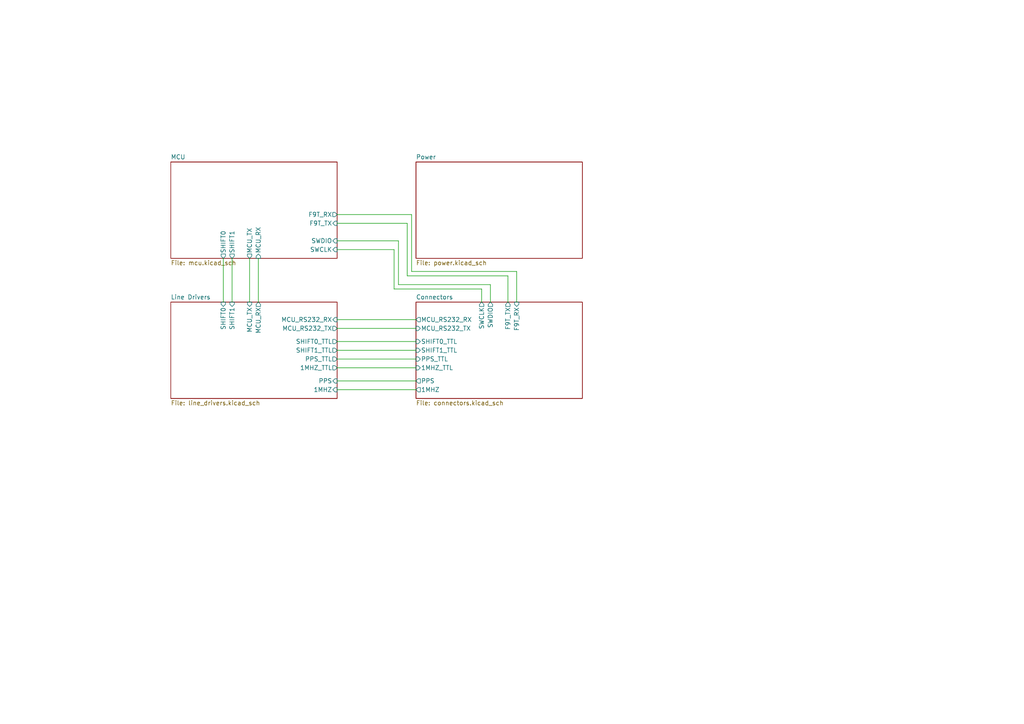
<source format=kicad_sch>
(kicad_sch (version 20230121) (generator eeschema)
  (paper "A4")
  (title_block (title "D2TSF") (date "2022-10-27") (rev "Rev2") (company "Diamond Light Source"))
  (lib_symbols)
  (wire (pts (xy 114.3 83.82) (xy 139.7 83.82)))
  (wire (pts (xy 97.79 113.03) (xy 120.65 113.03)))
  (wire (pts (xy 97.79 62.23) (xy 119.38 62.23)))
  (wire (pts (xy 97.79 101.6) (xy 120.65 101.6)))
  (wire (pts (xy 67.31 74.93) (xy 67.31 87.63)))
  (wire (pts (xy 97.79 95.25) (xy 120.65 95.25)))
  (wire (pts (xy 114.3 72.39) (xy 114.3 83.82)))
  (wire (pts (xy 118.11 80.01) (xy 147.32 80.01)))
  (wire (pts (xy 97.79 106.68) (xy 120.65 106.68)))
  (wire (pts (xy 119.38 78.74) (xy 149.86 78.74)))
  (wire (pts (xy 97.79 64.77) (xy 118.11 64.77)))
  (wire (pts (xy 97.79 110.49) (xy 120.65 110.49)))
  (wire (pts (xy 97.79 72.39) (xy 114.3 72.39)))
  (wire (pts (xy 72.39 74.93) (xy 72.39 87.63)))
  (wire (pts (xy 97.79 99.06) (xy 120.65 99.06)))
  (wire (pts (xy 147.32 80.01) (xy 147.32 87.63)))
  (wire (pts (xy 74.93 74.93) (xy 74.93 87.63)))
  (wire (pts (xy 119.38 62.23) (xy 119.38 78.74)))
  (wire (pts (xy 64.77 74.93) (xy 64.77 87.63)))
  (wire (pts (xy 139.7 83.82) (xy 139.7 87.63)))
  (wire (pts (xy 115.57 82.55) (xy 142.24 82.55)))
  (wire (pts (xy 142.24 82.55) (xy 142.24 87.63)))
  (wire (pts (xy 97.79 104.14) (xy 120.65 104.14)))
  (wire (pts (xy 149.86 78.74) (xy 149.86 87.63)))
  (wire (pts (xy 115.57 69.85) (xy 115.57 82.55)))
  (wire (pts (xy 97.79 69.85) (xy 115.57 69.85)))
  (wire (pts (xy 97.79 92.71) (xy 120.65 92.71)))
  (wire (pts (xy 118.11 64.77) (xy 118.11 80.01)))
  (sheet (at 49.53 46.99) (size 48.26 27.94) (stroke (width 0.1524))
    (property "Sheetname" "MCU" (at 49.53 46.2784 0) (effects (justify left bottom)))
    (property "Sheetfile" "mcu.kicad_sch" (at 49.53 75.5146 0) (effects (justify left top)))
    (pin "SWDIO" input (at 97.79 69.85 0))
    (pin "SWCLK" input (at 97.79 72.39 0))
    (pin "MCU_TX" output (at 72.39 74.93 270))
    (pin "MCU_RX" input (at 74.93 74.93 270))
    (pin "SHIFT0" output (at 64.77 74.93 270))
    (pin "SHIFT1" output (at 67.31 74.93 270))
    (pin "F9T_TX" input (at 97.79 64.77 0))
    (pin "F9T_RX" output (at 97.79 62.23 0))
  )
  (sheet (at 120.65 87.63) (size 48.26 27.94) (stroke (width 0.1524))
    (property "Sheetname" "Connectors" (at 120.65 86.9184 0) (effects (justify left bottom)))
    (property "Sheetfile" "connectors.kicad_sch" (at 120.65 116.1546 0) (effects (justify left top)))
    (pin "SHIFT0_TTL" input (at 120.65 99.06 180))
    (pin "SHIFT1_TTL" input (at 120.65 101.6 180))
    (pin "SWDIO" output (at 142.24 87.63 90))
    (pin "SWCLK" output (at 139.7 87.63 90))
    (pin "MCU_RS232_RX" output (at 120.65 92.71 180))
    (pin "PPS" output (at 120.65 110.49 180))
    (pin "MCU_RS232_TX" input (at 120.65 95.25 180))
    (pin "1MHZ" output (at 120.65 113.03 180))
    (pin "PPS_TTL" input (at 120.65 104.14 180))
    (pin "1MHZ_TTL" input (at 120.65 106.68 180))
    (pin "F9T_RX" input (at 149.86 87.63 90))
    (pin "F9T_TX" output (at 147.32 87.63 90))
  )
  (sheet (at 49.53 87.63) (size 48.26 27.94) (stroke (width 0.1524))
    (property "Sheetname" "Line Drivers" (at 49.53 86.9184 0) (effects (justify left bottom)))
    (property "Sheetfile" "line_drivers.kicad_sch" (at 49.53 116.1546 0) (effects (justify left top)))
    (pin "SHIFT0" input (at 64.77 87.63 90))
    (pin "SHIFT1" input (at 67.31 87.63 90))
    (pin "SHIFT0_TTL" output (at 97.79 99.06 0))
    (pin "1MHZ_TTL" output (at 97.79 106.68 0))
    (pin "PPS_TTL" output (at 97.79 104.14 0))
    (pin "1MHZ" input (at 97.79 113.03 0))
    (pin "PPS" input (at 97.79 110.49 0))
    (pin "MCU_RS232_RX" input (at 97.79 92.71 0))
    (pin "MCU_TX" input (at 72.39 87.63 90))
    (pin "MCU_RX" output (at 74.93 87.63 90))
    (pin "SHIFT1_TTL" output (at 97.79 101.6 0))
    (pin "MCU_RS232_TX" output (at 97.79 95.25 0))
  )
  (sheet (at 120.65 46.99) (size 48.26 27.94) (stroke (width 0.1524))
    (property "Sheetname" "Power" (at 120.65 46.2784 0) (effects (justify left bottom)))
    (property "Sheetfile" "power.kicad_sch" (at 120.65 75.5146 0) (effects (justify left top)))
  )
)
</source>
